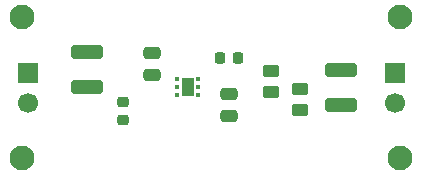
<source format=gbr>
%TF.GenerationSoftware,KiCad,Pcbnew,9.0.4*%
%TF.CreationDate,2025-10-07T06:11:54+05:30*%
%TF.ProjectId,Project6,50726f6a-6563-4743-962e-6b696361645f,rev?*%
%TF.SameCoordinates,Original*%
%TF.FileFunction,Soldermask,Top*%
%TF.FilePolarity,Negative*%
%FSLAX46Y46*%
G04 Gerber Fmt 4.6, Leading zero omitted, Abs format (unit mm)*
G04 Created by KiCad (PCBNEW 9.0.4) date 2025-10-07 06:11:54*
%MOMM*%
%LPD*%
G01*
G04 APERTURE LIST*
G04 Aperture macros list*
%AMRoundRect*
0 Rectangle with rounded corners*
0 $1 Rounding radius*
0 $2 $3 $4 $5 $6 $7 $8 $9 X,Y pos of 4 corners*
0 Add a 4 corners polygon primitive as box body*
4,1,4,$2,$3,$4,$5,$6,$7,$8,$9,$2,$3,0*
0 Add four circle primitives for the rounded corners*
1,1,$1+$1,$2,$3*
1,1,$1+$1,$4,$5*
1,1,$1+$1,$6,$7*
1,1,$1+$1,$8,$9*
0 Add four rect primitives between the rounded corners*
20,1,$1+$1,$2,$3,$4,$5,0*
20,1,$1+$1,$4,$5,$6,$7,0*
20,1,$1+$1,$6,$7,$8,$9,0*
20,1,$1+$1,$8,$9,$2,$3,0*%
G04 Aperture macros list end*
%ADD10RoundRect,0.093750X0.093750X0.106250X-0.093750X0.106250X-0.093750X-0.106250X0.093750X-0.106250X0*%
%ADD11R,1.000000X1.600000*%
%ADD12C,2.100000*%
%ADD13RoundRect,0.250000X-0.450000X0.262500X-0.450000X-0.262500X0.450000X-0.262500X0.450000X0.262500X0*%
%ADD14R,1.700000X1.700000*%
%ADD15C,1.700000*%
%ADD16RoundRect,0.250000X-0.475000X0.250000X-0.475000X-0.250000X0.475000X-0.250000X0.475000X0.250000X0*%
%ADD17RoundRect,0.225000X-0.250000X0.225000X-0.250000X-0.225000X0.250000X-0.225000X0.250000X0.225000X0*%
%ADD18RoundRect,0.225000X0.225000X0.250000X-0.225000X0.250000X-0.225000X-0.250000X0.225000X-0.250000X0*%
%ADD19RoundRect,0.250000X-1.100000X0.325000X-1.100000X-0.325000X1.100000X-0.325000X1.100000X0.325000X0*%
G04 APERTURE END LIST*
D10*
%TO.C,U1*%
X118387500Y-84100000D03*
X118387500Y-83450000D03*
X118387500Y-82800000D03*
X116612500Y-82800000D03*
X116612500Y-83450000D03*
X116612500Y-84100000D03*
D11*
X117500000Y-83450000D03*
%TD*%
D12*
%TO.C,H4*%
X135500000Y-89500000D03*
%TD*%
%TO.C,H3*%
X135500000Y-77500000D03*
%TD*%
%TO.C,H2*%
X103500000Y-89500000D03*
%TD*%
%TO.C,H1*%
X103500000Y-77500000D03*
%TD*%
D13*
%TO.C,R2*%
X127000000Y-83587500D03*
X127000000Y-85412500D03*
%TD*%
%TO.C,R1*%
X124500000Y-82087500D03*
X124500000Y-83912500D03*
%TD*%
D14*
%TO.C,Vout*%
X135000000Y-82225000D03*
D15*
X135000000Y-84765000D03*
%TD*%
D14*
%TO.C,Vin*%
X104000000Y-82225000D03*
D15*
X104000000Y-84765000D03*
%TD*%
D16*
%TO.C,Cout1*%
X121000000Y-84050000D03*
X121000000Y-85950000D03*
%TD*%
D17*
%TO.C,Cnoise1*%
X112000000Y-84725000D03*
X112000000Y-86275000D03*
%TD*%
D16*
%TO.C,Cin1*%
X114500000Y-80550000D03*
X114500000Y-82450000D03*
%TD*%
D18*
%TO.C,Cff1*%
X121775000Y-81000000D03*
X120225000Y-81000000D03*
%TD*%
D19*
%TO.C,Cbulk2*%
X130500000Y-82050000D03*
X130500000Y-85000000D03*
%TD*%
%TO.C,Cbulk1*%
X109000000Y-80525000D03*
X109000000Y-83475000D03*
%TD*%
M02*

</source>
